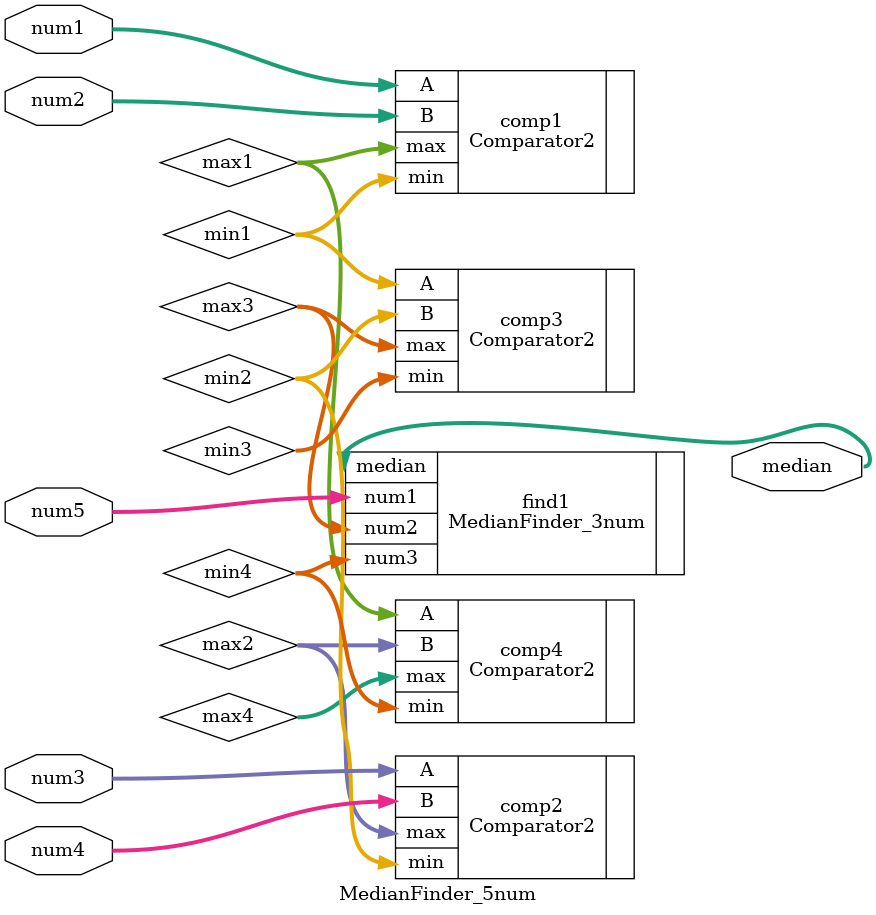
<source format=v>
`include "Comparator2.v"
`include "MedianFinder_3num.v"

module MedianFinder_5num(
    input  [3:0] 	num1  , 
	input  [3:0] 	num2  , 
	input  [3:0] 	num3  , 
	input  [3:0] 	num4  , 
	input  [3:0] 	num5  ,  
    output [3:0] 	median  
);
    wire [3:0] min1, max1, min2, max2, min3, max3, min4, max4, min5, max5, min6, max6, min7;

	Comparator2 comp1(.A(num1), .B(num2), .min(min1), .max(max1));
	Comparator2 comp2(.A(num3), .B(num4), .min(min2), .max(max2));
	Comparator2 comp3(.A(min1), .B(min2), .min(min3), .max(max3));
	Comparator2 comp4(.A(max1), .B(max2), .min(min4), .max(max4));

	MedianFinder_3num find1(.num1(num5), .num2(max3), .num3(min4), .median(median));

endmodule

</source>
